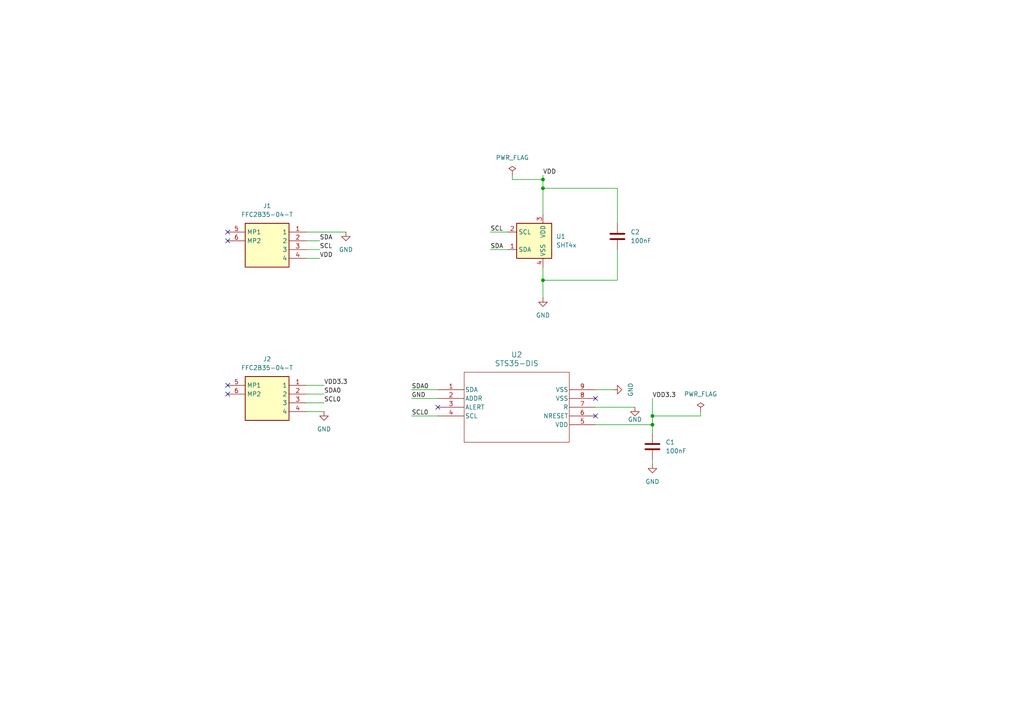
<source format=kicad_sch>
(kicad_sch
	(version 20231120)
	(generator "eeschema")
	(generator_version "8.0")
	(uuid "62da263b-bc78-4bfd-901e-32173ee58cc0")
	(paper "A4")
	(lib_symbols
		(symbol "Device:C"
			(pin_numbers hide)
			(pin_names
				(offset 0.254)
			)
			(exclude_from_sim no)
			(in_bom yes)
			(on_board yes)
			(property "Reference" "C"
				(at 0.635 2.54 0)
				(effects
					(font
						(size 1.27 1.27)
					)
					(justify left)
				)
			)
			(property "Value" "C"
				(at 0.635 -2.54 0)
				(effects
					(font
						(size 1.27 1.27)
					)
					(justify left)
				)
			)
			(property "Footprint" ""
				(at 0.9652 -3.81 0)
				(effects
					(font
						(size 1.27 1.27)
					)
					(hide yes)
				)
			)
			(property "Datasheet" "~"
				(at 0 0 0)
				(effects
					(font
						(size 1.27 1.27)
					)
					(hide yes)
				)
			)
			(property "Description" "Unpolarized capacitor"
				(at 0 0 0)
				(effects
					(font
						(size 1.27 1.27)
					)
					(hide yes)
				)
			)
			(property "ki_keywords" "cap capacitor"
				(at 0 0 0)
				(effects
					(font
						(size 1.27 1.27)
					)
					(hide yes)
				)
			)
			(property "ki_fp_filters" "C_*"
				(at 0 0 0)
				(effects
					(font
						(size 1.27 1.27)
					)
					(hide yes)
				)
			)
			(symbol "C_0_1"
				(polyline
					(pts
						(xy -2.032 -0.762) (xy 2.032 -0.762)
					)
					(stroke
						(width 0.508)
						(type default)
					)
					(fill
						(type none)
					)
				)
				(polyline
					(pts
						(xy -2.032 0.762) (xy 2.032 0.762)
					)
					(stroke
						(width 0.508)
						(type default)
					)
					(fill
						(type none)
					)
				)
			)
			(symbol "C_1_1"
				(pin passive line
					(at 0 3.81 270)
					(length 2.794)
					(name "~"
						(effects
							(font
								(size 1.27 1.27)
							)
						)
					)
					(number "1"
						(effects
							(font
								(size 1.27 1.27)
							)
						)
					)
				)
				(pin passive line
					(at 0 -3.81 90)
					(length 2.794)
					(name "~"
						(effects
							(font
								(size 1.27 1.27)
							)
						)
					)
					(number "2"
						(effects
							(font
								(size 1.27 1.27)
							)
						)
					)
				)
			)
		)
		(symbol "FFC2B35-04-T:FFC2B35-04-T"
			(exclude_from_sim no)
			(in_bom yes)
			(on_board yes)
			(property "Reference" "J"
				(at 19.05 7.62 0)
				(effects
					(font
						(size 1.27 1.27)
					)
					(justify left top)
				)
			)
			(property "Value" "FFC2B35-04-T"
				(at 19.05 5.08 0)
				(effects
					(font
						(size 1.27 1.27)
					)
					(justify left top)
				)
			)
			(property "Footprint" "FFC2B3504T"
				(at 19.05 -94.92 0)
				(effects
					(font
						(size 1.27 1.27)
					)
					(justify left top)
					(hide yes)
				)
			)
			(property "Datasheet" "https://gct.co/files/drawings/ffc2b35.pdf?v=f4722156-e8ea-43ef-a9d0-8ab3faab610b"
				(at 19.05 -194.92 0)
				(effects
					(font
						(size 1.27 1.27)
					)
					(justify left top)
					(hide yes)
				)
			)
			(property "Description" "FFC & FPC Connectors .5mm SideEntry Flat Flex Cbl Conn 4P Sn"
				(at 0 0 0)
				(effects
					(font
						(size 1.27 1.27)
					)
					(hide yes)
				)
			)
			(property "Height" "2.2"
				(at 19.05 -394.92 0)
				(effects
					(font
						(size 1.27 1.27)
					)
					(justify left top)
					(hide yes)
				)
			)
			(property "Manufacturer_Name" "GCT (GLOBAL CONNECTOR TECHNOLOGY)"
				(at 19.05 -494.92 0)
				(effects
					(font
						(size 1.27 1.27)
					)
					(justify left top)
					(hide yes)
				)
			)
			(property "Manufacturer_Part_Number" "FFC2B35-04-T"
				(at 19.05 -594.92 0)
				(effects
					(font
						(size 1.27 1.27)
					)
					(justify left top)
					(hide yes)
				)
			)
			(property "Mouser Part Number" ""
				(at 19.05 -694.92 0)
				(effects
					(font
						(size 1.27 1.27)
					)
					(justify left top)
					(hide yes)
				)
			)
			(property "Mouser Price/Stock" ""
				(at 19.05 -794.92 0)
				(effects
					(font
						(size 1.27 1.27)
					)
					(justify left top)
					(hide yes)
				)
			)
			(property "Arrow Part Number" ""
				(at 19.05 -894.92 0)
				(effects
					(font
						(size 1.27 1.27)
					)
					(justify left top)
					(hide yes)
				)
			)
			(property "Arrow Price/Stock" ""
				(at 19.05 -994.92 0)
				(effects
					(font
						(size 1.27 1.27)
					)
					(justify left top)
					(hide yes)
				)
			)
			(symbol "FFC2B35-04-T_1_1"
				(rectangle
					(start 5.08 2.54)
					(end 17.78 -10.16)
					(stroke
						(width 0.254)
						(type default)
					)
					(fill
						(type background)
					)
				)
				(pin passive line
					(at 22.86 0 180)
					(length 5.08)
					(name "1"
						(effects
							(font
								(size 1.27 1.27)
							)
						)
					)
					(number "1"
						(effects
							(font
								(size 1.27 1.27)
							)
						)
					)
				)
				(pin passive line
					(at 22.86 -2.54 180)
					(length 5.08)
					(name "2"
						(effects
							(font
								(size 1.27 1.27)
							)
						)
					)
					(number "2"
						(effects
							(font
								(size 1.27 1.27)
							)
						)
					)
				)
				(pin passive line
					(at 22.86 -5.08 180)
					(length 5.08)
					(name "3"
						(effects
							(font
								(size 1.27 1.27)
							)
						)
					)
					(number "3"
						(effects
							(font
								(size 1.27 1.27)
							)
						)
					)
				)
				(pin passive line
					(at 22.86 -7.62 180)
					(length 5.08)
					(name "4"
						(effects
							(font
								(size 1.27 1.27)
							)
						)
					)
					(number "4"
						(effects
							(font
								(size 1.27 1.27)
							)
						)
					)
				)
				(pin passive line
					(at 0 0 0)
					(length 5.08)
					(name "MP1"
						(effects
							(font
								(size 1.27 1.27)
							)
						)
					)
					(number "5"
						(effects
							(font
								(size 1.27 1.27)
							)
						)
					)
				)
				(pin passive line
					(at 0 -2.54 0)
					(length 5.08)
					(name "MP2"
						(effects
							(font
								(size 1.27 1.27)
							)
						)
					)
					(number "6"
						(effects
							(font
								(size 1.27 1.27)
							)
						)
					)
				)
			)
		)
		(symbol "STS35-DIR:STS35-DIS"
			(pin_names
				(offset 0.254)
			)
			(exclude_from_sim no)
			(in_bom yes)
			(on_board yes)
			(property "Reference" "U"
				(at 22.86 10.16 0)
				(effects
					(font
						(size 1.524 1.524)
					)
				)
			)
			(property "Value" "STS35-DIS"
				(at 22.86 7.62 0)
				(effects
					(font
						(size 1.524 1.524)
					)
				)
			)
			(property "Footprint" "STS3x-DIS_SEN"
				(at 0 0 0)
				(effects
					(font
						(size 1.27 1.27)
						(italic yes)
					)
					(hide yes)
				)
			)
			(property "Datasheet" "STS35-DIS"
				(at 0 0 0)
				(effects
					(font
						(size 1.27 1.27)
						(italic yes)
					)
					(hide yes)
				)
			)
			(property "Description" ""
				(at 0 0 0)
				(effects
					(font
						(size 1.27 1.27)
					)
					(hide yes)
				)
			)
			(property "ki_locked" ""
				(at 0 0 0)
				(effects
					(font
						(size 1.27 1.27)
					)
				)
			)
			(property "ki_keywords" "STS35-DIS"
				(at 0 0 0)
				(effects
					(font
						(size 1.27 1.27)
					)
					(hide yes)
				)
			)
			(property "ki_fp_filters" "STS3x-DIS_SEN STS3x-DIS_SEN-M STS3x-DIS_SEN-L"
				(at 0 0 0)
				(effects
					(font
						(size 1.27 1.27)
					)
					(hide yes)
				)
			)
			(symbol "STS35-DIS_0_1"
				(polyline
					(pts
						(xy 7.62 -15.24) (xy 38.1 -15.24)
					)
					(stroke
						(width 0.127)
						(type default)
					)
					(fill
						(type none)
					)
				)
				(polyline
					(pts
						(xy 7.62 5.08) (xy 7.62 -15.24)
					)
					(stroke
						(width 0.127)
						(type default)
					)
					(fill
						(type none)
					)
				)
				(polyline
					(pts
						(xy 38.1 -15.24) (xy 38.1 5.08)
					)
					(stroke
						(width 0.127)
						(type default)
					)
					(fill
						(type none)
					)
				)
				(polyline
					(pts
						(xy 38.1 5.08) (xy 7.62 5.08)
					)
					(stroke
						(width 0.127)
						(type default)
					)
					(fill
						(type none)
					)
				)
				(pin bidirectional line
					(at 0 0 0)
					(length 7.62)
					(name "SDA"
						(effects
							(font
								(size 1.27 1.27)
							)
						)
					)
					(number "1"
						(effects
							(font
								(size 1.27 1.27)
							)
						)
					)
				)
				(pin input line
					(at 0 -2.54 0)
					(length 7.62)
					(name "ADDR"
						(effects
							(font
								(size 1.27 1.27)
							)
						)
					)
					(number "2"
						(effects
							(font
								(size 1.27 1.27)
							)
						)
					)
				)
				(pin output line
					(at 0 -5.08 0)
					(length 7.62)
					(name "ALERT"
						(effects
							(font
								(size 1.27 1.27)
							)
						)
					)
					(number "3"
						(effects
							(font
								(size 1.27 1.27)
							)
						)
					)
				)
				(pin bidirectional line
					(at 0 -7.62 0)
					(length 7.62)
					(name "SCL"
						(effects
							(font
								(size 1.27 1.27)
							)
						)
					)
					(number "4"
						(effects
							(font
								(size 1.27 1.27)
							)
						)
					)
				)
				(pin power_in line
					(at 45.72 -10.16 180)
					(length 7.62)
					(name "VDD"
						(effects
							(font
								(size 1.27 1.27)
							)
						)
					)
					(number "5"
						(effects
							(font
								(size 1.27 1.27)
							)
						)
					)
				)
				(pin input line
					(at 45.72 -7.62 180)
					(length 7.62)
					(name "NRESET"
						(effects
							(font
								(size 1.27 1.27)
							)
						)
					)
					(number "6"
						(effects
							(font
								(size 1.27 1.27)
							)
						)
					)
				)
				(pin power_out line
					(at 45.72 -5.08 180)
					(length 7.62)
					(name "R"
						(effects
							(font
								(size 1.27 1.27)
							)
						)
					)
					(number "7"
						(effects
							(font
								(size 1.27 1.27)
							)
						)
					)
				)
				(pin power_out line
					(at 45.72 -2.54 180)
					(length 7.62)
					(name "VSS"
						(effects
							(font
								(size 1.27 1.27)
							)
						)
					)
					(number "8"
						(effects
							(font
								(size 1.27 1.27)
							)
						)
					)
				)
				(pin power_out line
					(at 45.72 0 180)
					(length 7.62)
					(name "VSS"
						(effects
							(font
								(size 1.27 1.27)
							)
						)
					)
					(number "9"
						(effects
							(font
								(size 1.27 1.27)
							)
						)
					)
				)
			)
		)
		(symbol "Sensor_Humidity:SHT4x"
			(exclude_from_sim no)
			(in_bom yes)
			(on_board yes)
			(property "Reference" "U"
				(at 0 8.89 0)
				(effects
					(font
						(size 1.27 1.27)
					)
					(justify right)
				)
			)
			(property "Value" "SHT4x"
				(at 0 6.35 0)
				(effects
					(font
						(size 1.27 1.27)
					)
					(justify right)
				)
			)
			(property "Footprint" "Sensor_Humidity:Sensirion_DFN-4_1.5x1.5mm_P0.8mm_SHT4x_NoCentralPad"
				(at 3.81 -6.35 0)
				(effects
					(font
						(size 1.27 1.27)
					)
					(justify left)
					(hide yes)
				)
			)
			(property "Datasheet" "https://sensirion.com/media/documents/33FD6951/624C4357/Datasheet_SHT4x.pdf"
				(at 3.81 -8.89 0)
				(effects
					(font
						(size 1.27 1.27)
					)
					(justify left)
					(hide yes)
				)
			)
			(property "Description" "Digital Humidity and Temperature Sensor, +/-1%RH, +/-0.1degC, I2C, 1.08-3.6V, 16bit, DFN-4"
				(at 0 0 0)
				(effects
					(font
						(size 1.27 1.27)
					)
					(hide yes)
				)
			)
			(property "ki_keywords" "Sensirion environment environmental measurement digital SHT40 SHT41 SHT45"
				(at 0 0 0)
				(effects
					(font
						(size 1.27 1.27)
					)
					(hide yes)
				)
			)
			(property "ki_fp_filters" "Sensirion?DFN*1.5x1.5mm*P0.8mm*SHT4x*"
				(at 0 0 0)
				(effects
					(font
						(size 1.27 1.27)
					)
					(hide yes)
				)
			)
			(symbol "SHT4x_1_1"
				(rectangle
					(start -5.08 5.08)
					(end 5.08 -5.08)
					(stroke
						(width 0.254)
						(type default)
					)
					(fill
						(type background)
					)
				)
				(pin bidirectional line
					(at -7.62 -2.54 0)
					(length 2.54)
					(name "SDA"
						(effects
							(font
								(size 1.27 1.27)
							)
						)
					)
					(number "1"
						(effects
							(font
								(size 1.27 1.27)
							)
						)
					)
				)
				(pin input line
					(at -7.62 2.54 0)
					(length 2.54)
					(name "SCL"
						(effects
							(font
								(size 1.27 1.27)
							)
						)
					)
					(number "2"
						(effects
							(font
								(size 1.27 1.27)
							)
						)
					)
				)
				(pin power_in line
					(at 2.54 7.62 270)
					(length 2.54)
					(name "VDD"
						(effects
							(font
								(size 1.27 1.27)
							)
						)
					)
					(number "3"
						(effects
							(font
								(size 1.27 1.27)
							)
						)
					)
				)
				(pin power_in line
					(at 2.54 -7.62 90)
					(length 2.54)
					(name "VSS"
						(effects
							(font
								(size 1.27 1.27)
							)
						)
					)
					(number "4"
						(effects
							(font
								(size 1.27 1.27)
							)
						)
					)
				)
			)
		)
		(symbol "power:GND"
			(power)
			(pin_numbers hide)
			(pin_names
				(offset 0) hide)
			(exclude_from_sim no)
			(in_bom yes)
			(on_board yes)
			(property "Reference" "#PWR"
				(at 0 -6.35 0)
				(effects
					(font
						(size 1.27 1.27)
					)
					(hide yes)
				)
			)
			(property "Value" "GND"
				(at 0 -3.81 0)
				(effects
					(font
						(size 1.27 1.27)
					)
				)
			)
			(property "Footprint" ""
				(at 0 0 0)
				(effects
					(font
						(size 1.27 1.27)
					)
					(hide yes)
				)
			)
			(property "Datasheet" ""
				(at 0 0 0)
				(effects
					(font
						(size 1.27 1.27)
					)
					(hide yes)
				)
			)
			(property "Description" "Power symbol creates a global label with name \"GND\" , ground"
				(at 0 0 0)
				(effects
					(font
						(size 1.27 1.27)
					)
					(hide yes)
				)
			)
			(property "ki_keywords" "global power"
				(at 0 0 0)
				(effects
					(font
						(size 1.27 1.27)
					)
					(hide yes)
				)
			)
			(symbol "GND_0_1"
				(polyline
					(pts
						(xy 0 0) (xy 0 -1.27) (xy 1.27 -1.27) (xy 0 -2.54) (xy -1.27 -1.27) (xy 0 -1.27)
					)
					(stroke
						(width 0)
						(type default)
					)
					(fill
						(type none)
					)
				)
			)
			(symbol "GND_1_1"
				(pin power_in line
					(at 0 0 270)
					(length 0)
					(name "~"
						(effects
							(font
								(size 1.27 1.27)
							)
						)
					)
					(number "1"
						(effects
							(font
								(size 1.27 1.27)
							)
						)
					)
				)
			)
		)
		(symbol "power:PWR_FLAG"
			(power)
			(pin_numbers hide)
			(pin_names
				(offset 0) hide)
			(exclude_from_sim no)
			(in_bom yes)
			(on_board yes)
			(property "Reference" "#FLG"
				(at 0 1.905 0)
				(effects
					(font
						(size 1.27 1.27)
					)
					(hide yes)
				)
			)
			(property "Value" "PWR_FLAG"
				(at 0 3.81 0)
				(effects
					(font
						(size 1.27 1.27)
					)
				)
			)
			(property "Footprint" ""
				(at 0 0 0)
				(effects
					(font
						(size 1.27 1.27)
					)
					(hide yes)
				)
			)
			(property "Datasheet" "~"
				(at 0 0 0)
				(effects
					(font
						(size 1.27 1.27)
					)
					(hide yes)
				)
			)
			(property "Description" "Special symbol for telling ERC where power comes from"
				(at 0 0 0)
				(effects
					(font
						(size 1.27 1.27)
					)
					(hide yes)
				)
			)
			(property "ki_keywords" "flag power"
				(at 0 0 0)
				(effects
					(font
						(size 1.27 1.27)
					)
					(hide yes)
				)
			)
			(symbol "PWR_FLAG_0_0"
				(pin power_out line
					(at 0 0 90)
					(length 0)
					(name "~"
						(effects
							(font
								(size 1.27 1.27)
							)
						)
					)
					(number "1"
						(effects
							(font
								(size 1.27 1.27)
							)
						)
					)
				)
			)
			(symbol "PWR_FLAG_0_1"
				(polyline
					(pts
						(xy 0 0) (xy 0 1.27) (xy -1.016 1.905) (xy 0 2.54) (xy 1.016 1.905) (xy 0 1.27)
					)
					(stroke
						(width 0)
						(type default)
					)
					(fill
						(type none)
					)
				)
			)
		)
	)
	(junction
		(at 157.48 52.07)
		(diameter 0)
		(color 0 0 0 0)
		(uuid "15afa0be-d964-4b6e-a833-fb33ec47a249")
	)
	(junction
		(at 157.48 54.61)
		(diameter 0)
		(color 0 0 0 0)
		(uuid "6293d015-f882-4738-9bda-0c3c6c4aed15")
	)
	(junction
		(at 189.23 120.65)
		(diameter 0)
		(color 0 0 0 0)
		(uuid "89eabd4f-c49a-469d-91ba-c038d1681519")
	)
	(junction
		(at 189.23 123.19)
		(diameter 0)
		(color 0 0 0 0)
		(uuid "ae7d3d7e-0738-4ad6-b8f1-ad9b1de070d6")
	)
	(junction
		(at 157.48 81.28)
		(diameter 0)
		(color 0 0 0 0)
		(uuid "debd8651-734e-4085-b3bb-ad948c438502")
	)
	(no_connect
		(at 66.04 67.31)
		(uuid "2d47f207-b285-42b3-b0ae-c98d66c4e2fa")
	)
	(no_connect
		(at 172.72 115.57)
		(uuid "87cde0bd-ae33-4517-bb4b-b1b4efff9ba3")
	)
	(no_connect
		(at 66.04 111.76)
		(uuid "ab498191-4d4b-4361-ae3f-9e0ace220765")
	)
	(no_connect
		(at 66.04 114.3)
		(uuid "bebc8026-635a-4b45-ae5b-b99283982c1c")
	)
	(no_connect
		(at 66.04 69.85)
		(uuid "c37e826a-c71c-46b1-b7e9-fbe22b5aa229")
	)
	(no_connect
		(at 172.72 120.65)
		(uuid "d9fd19e5-9c80-43d5-ba39-619526a80da7")
	)
	(no_connect
		(at 127 118.11)
		(uuid "fe59aab9-13f2-4b06-bf7b-3d01cdb4248c")
	)
	(wire
		(pts
			(xy 119.38 115.57) (xy 127 115.57)
		)
		(stroke
			(width 0)
			(type default)
		)
		(uuid "00944902-25db-484c-b2e7-217fabbffd39")
	)
	(wire
		(pts
			(xy 172.72 113.03) (xy 177.8 113.03)
		)
		(stroke
			(width 0)
			(type default)
		)
		(uuid "07279424-d313-4505-9706-8ca5850b85ed")
	)
	(wire
		(pts
			(xy 88.9 114.3) (xy 93.98 114.3)
		)
		(stroke
			(width 0)
			(type default)
		)
		(uuid "11c504ef-ac92-43d5-a6f8-5adfb2c42f50")
	)
	(wire
		(pts
			(xy 157.48 81.28) (xy 157.48 86.36)
		)
		(stroke
			(width 0)
			(type default)
		)
		(uuid "1491b462-68fb-440d-9e2e-7193e949f855")
	)
	(wire
		(pts
			(xy 88.9 119.38) (xy 93.98 119.38)
		)
		(stroke
			(width 0)
			(type default)
		)
		(uuid "1b466234-3e48-4543-b5ea-d25e0378d2e2")
	)
	(wire
		(pts
			(xy 189.23 115.57) (xy 189.23 120.65)
		)
		(stroke
			(width 0)
			(type default)
		)
		(uuid "1f5a3934-8dcb-43a0-b7c8-628c763769e0")
	)
	(wire
		(pts
			(xy 203.2 119.38) (xy 203.2 120.65)
		)
		(stroke
			(width 0)
			(type default)
		)
		(uuid "24477239-c1f5-47bf-8b94-956d862e55e1")
	)
	(wire
		(pts
			(xy 88.9 69.85) (xy 92.71 69.85)
		)
		(stroke
			(width 0)
			(type default)
		)
		(uuid "27fb93ef-e61e-4a95-babb-fe914c2783e9")
	)
	(wire
		(pts
			(xy 88.9 72.39) (xy 92.71 72.39)
		)
		(stroke
			(width 0)
			(type default)
		)
		(uuid "2bd4027e-53b9-47f9-97e7-eb47b1f6884b")
	)
	(wire
		(pts
			(xy 88.9 67.31) (xy 100.33 67.31)
		)
		(stroke
			(width 0)
			(type default)
		)
		(uuid "3361a48b-81ae-4ce8-9df5-fa117faa8bd0")
	)
	(wire
		(pts
			(xy 142.24 72.39) (xy 147.32 72.39)
		)
		(stroke
			(width 0)
			(type default)
		)
		(uuid "4685e5e7-e900-4b48-85ac-78ea8d58d91b")
	)
	(wire
		(pts
			(xy 157.48 52.07) (xy 157.48 54.61)
		)
		(stroke
			(width 0)
			(type default)
		)
		(uuid "4b04296d-7261-40e7-9749-85c4aae0e1d6")
	)
	(wire
		(pts
			(xy 157.48 81.28) (xy 179.07 81.28)
		)
		(stroke
			(width 0)
			(type default)
		)
		(uuid "4c662c4f-3bbc-4249-b55c-c5b7e7e90839")
	)
	(wire
		(pts
			(xy 172.72 118.11) (xy 184.15 118.11)
		)
		(stroke
			(width 0)
			(type default)
		)
		(uuid "4f805e36-2277-462e-a928-ed8ba87f60ea")
	)
	(wire
		(pts
			(xy 88.9 116.84) (xy 93.98 116.84)
		)
		(stroke
			(width 0)
			(type default)
		)
		(uuid "57ded9b3-d5b2-4728-bb6d-c6dcad507aee")
	)
	(wire
		(pts
			(xy 189.23 120.65) (xy 189.23 123.19)
		)
		(stroke
			(width 0)
			(type default)
		)
		(uuid "5a7bd5c3-24c4-4b51-aa58-2b70468f3380")
	)
	(wire
		(pts
			(xy 88.9 74.93) (xy 92.71 74.93)
		)
		(stroke
			(width 0)
			(type default)
		)
		(uuid "63b5bb68-ada2-4b67-a7e4-f5b3f88e497a")
	)
	(wire
		(pts
			(xy 157.48 50.8) (xy 157.48 52.07)
		)
		(stroke
			(width 0)
			(type default)
		)
		(uuid "688c1c0d-7b16-4080-9151-f57e7eb592bf")
	)
	(wire
		(pts
			(xy 119.38 113.03) (xy 127 113.03)
		)
		(stroke
			(width 0)
			(type default)
		)
		(uuid "69d9e82d-265e-485a-8ca4-d82cd75a7fa6")
	)
	(wire
		(pts
			(xy 189.23 133.35) (xy 189.23 134.62)
		)
		(stroke
			(width 0)
			(type default)
		)
		(uuid "96a1eab8-6121-487f-a5f3-2e2145f7deb0")
	)
	(wire
		(pts
			(xy 148.59 50.8) (xy 148.59 52.07)
		)
		(stroke
			(width 0)
			(type default)
		)
		(uuid "a54fd532-2528-4277-9a0c-fc42ef8d2cbc")
	)
	(wire
		(pts
			(xy 179.07 54.61) (xy 179.07 64.77)
		)
		(stroke
			(width 0)
			(type default)
		)
		(uuid "b1fa0eb0-021f-4d32-aab5-f58b86f41ed4")
	)
	(wire
		(pts
			(xy 157.48 54.61) (xy 179.07 54.61)
		)
		(stroke
			(width 0)
			(type default)
		)
		(uuid "b9361b3f-c06f-4f4f-b6a5-4853443abd08")
	)
	(wire
		(pts
			(xy 119.38 120.65) (xy 127 120.65)
		)
		(stroke
			(width 0)
			(type default)
		)
		(uuid "b994ad5f-132a-435a-b706-c0eef47be448")
	)
	(wire
		(pts
			(xy 88.9 111.76) (xy 93.98 111.76)
		)
		(stroke
			(width 0)
			(type default)
		)
		(uuid "c1c25a3b-8198-4339-ba36-923b16b778f7")
	)
	(wire
		(pts
			(xy 142.24 67.31) (xy 147.32 67.31)
		)
		(stroke
			(width 0)
			(type default)
		)
		(uuid "c39b3bde-3e5e-46f1-a525-7f5ef1f0f26f")
	)
	(wire
		(pts
			(xy 157.48 62.23) (xy 157.48 54.61)
		)
		(stroke
			(width 0)
			(type default)
		)
		(uuid "c638fe4f-6722-4d39-9de7-a601272b8e25")
	)
	(wire
		(pts
			(xy 189.23 123.19) (xy 172.72 123.19)
		)
		(stroke
			(width 0)
			(type default)
		)
		(uuid "cbb3ef2e-1fd0-454d-a926-eaa1ac3e2e5b")
	)
	(wire
		(pts
			(xy 189.23 125.73) (xy 189.23 123.19)
		)
		(stroke
			(width 0)
			(type default)
		)
		(uuid "da84abf8-70be-47df-b7ba-c3182d4d72e3")
	)
	(wire
		(pts
			(xy 179.07 81.28) (xy 179.07 72.39)
		)
		(stroke
			(width 0)
			(type default)
		)
		(uuid "dd317487-00d9-4a60-8b61-54598bb7ff8c")
	)
	(wire
		(pts
			(xy 148.59 52.07) (xy 157.48 52.07)
		)
		(stroke
			(width 0)
			(type default)
		)
		(uuid "ded4c968-fa1b-43ca-98f1-1e316868e817")
	)
	(wire
		(pts
			(xy 203.2 120.65) (xy 189.23 120.65)
		)
		(stroke
			(width 0)
			(type default)
		)
		(uuid "e7d69f24-b5bf-47e1-bf04-877bc22bb31f")
	)
	(wire
		(pts
			(xy 157.48 77.47) (xy 157.48 81.28)
		)
		(stroke
			(width 0)
			(type default)
		)
		(uuid "f660428a-2cc8-4464-801c-c0ab654ec0b8")
	)
	(label "SCL0"
		(at 119.38 120.65 0)
		(fields_autoplaced yes)
		(effects
			(font
				(size 1.27 1.27)
			)
			(justify left bottom)
		)
		(uuid "287842a6-57ea-4aac-9b09-a1313945a2ea")
	)
	(label "SDA0"
		(at 93.98 114.3 0)
		(fields_autoplaced yes)
		(effects
			(font
				(size 1.27 1.27)
			)
			(justify left bottom)
		)
		(uuid "2fe66805-277e-4e85-b1e7-ebfd2b4e7ad6")
	)
	(label "SCL"
		(at 92.71 72.39 0)
		(fields_autoplaced yes)
		(effects
			(font
				(size 1.27 1.27)
			)
			(justify left bottom)
		)
		(uuid "36a88da4-f5cc-4481-a983-0d53b3db2801")
	)
	(label "VDD"
		(at 92.71 74.93 0)
		(fields_autoplaced yes)
		(effects
			(font
				(size 1.27 1.27)
			)
			(justify left bottom)
		)
		(uuid "37898c62-419e-43b7-9fbe-83a7cfe0cfb6")
	)
	(label "SCL"
		(at 142.24 67.31 0)
		(fields_autoplaced yes)
		(effects
			(font
				(size 1.27 1.27)
			)
			(justify left bottom)
		)
		(uuid "490d6ade-6ee1-4750-a253-74539f1a0714")
	)
	(label "GND"
		(at 119.38 115.57 0)
		(fields_autoplaced yes)
		(effects
			(font
				(size 1.27 1.27)
			)
			(justify left bottom)
		)
		(uuid "52e00058-6009-4d9a-81ee-65d96c34c127")
	)
	(label "VDD"
		(at 157.48 50.8 0)
		(fields_autoplaced yes)
		(effects
			(font
				(size 1.27 1.27)
			)
			(justify left bottom)
		)
		(uuid "53040583-8a4f-4516-8fc4-2fe39ae6aec0")
	)
	(label "VDD3.3"
		(at 189.23 115.57 0)
		(fields_autoplaced yes)
		(effects
			(font
				(size 1.27 1.27)
			)
			(justify left bottom)
		)
		(uuid "87cb22ed-f131-48c9-aaad-c0ec58e17fb7")
	)
	(label "SDA0"
		(at 119.38 113.03 0)
		(fields_autoplaced yes)
		(effects
			(font
				(size 1.27 1.27)
			)
			(justify left bottom)
		)
		(uuid "9563337e-65c5-4e94-8450-9e346783bd52")
	)
	(label "SCL0"
		(at 93.98 116.84 0)
		(fields_autoplaced yes)
		(effects
			(font
				(size 1.27 1.27)
			)
			(justify left bottom)
		)
		(uuid "b54b0f32-14c5-4065-8de5-8aa699ef4c5e")
	)
	(label "VDD3.3"
		(at 93.98 111.76 0)
		(fields_autoplaced yes)
		(effects
			(font
				(size 1.27 1.27)
			)
			(justify left bottom)
		)
		(uuid "dbce4bdc-c13d-416c-b666-b2c217b024b5")
	)
	(label "SDA"
		(at 142.24 72.39 0)
		(fields_autoplaced yes)
		(effects
			(font
				(size 1.27 1.27)
			)
			(justify left bottom)
		)
		(uuid "dcf306dd-4fdb-4b1a-82cb-8b138e8583e8")
	)
	(label "SDA"
		(at 92.71 69.85 0)
		(fields_autoplaced yes)
		(effects
			(font
				(size 1.27 1.27)
			)
			(justify left bottom)
		)
		(uuid "f80c710d-f5aa-41f3-bf2b-065345914935")
	)
	(symbol
		(lib_id "FFC2B35-04-T:FFC2B35-04-T")
		(at 66.04 111.76 0)
		(unit 1)
		(exclude_from_sim no)
		(in_bom yes)
		(on_board yes)
		(dnp no)
		(fields_autoplaced yes)
		(uuid "23ee9da7-3f48-40c0-9668-f22a6b23a658")
		(property "Reference" "J2"
			(at 77.47 104.14 0)
			(effects
				(font
					(size 1.27 1.27)
				)
			)
		)
		(property "Value" "FFC2B35-04-T"
			(at 77.47 106.68 0)
			(effects
				(font
					(size 1.27 1.27)
				)
			)
		)
		(property "Footprint" "FFC2B3504T"
			(at 85.09 206.68 0)
			(effects
				(font
					(size 1.27 1.27)
				)
				(justify left top)
				(hide yes)
			)
		)
		(property "Datasheet" "https://gct.co/files/drawings/ffc2b35.pdf?v=f4722156-e8ea-43ef-a9d0-8ab3faab610b"
			(at 85.09 306.68 0)
			(effects
				(font
					(size 1.27 1.27)
				)
				(justify left top)
				(hide yes)
			)
		)
		(property "Description" "FFC & FPC Connectors .5mm SideEntry Flat Flex Cbl Conn 4P Sn"
			(at 66.04 111.76 0)
			(effects
				(font
					(size 1.27 1.27)
				)
				(hide yes)
			)
		)
		(property "Height" "2.2"
			(at 85.09 506.68 0)
			(effects
				(font
					(size 1.27 1.27)
				)
				(justify left top)
				(hide yes)
			)
		)
		(property "Manufacturer_Name" "GCT (GLOBAL CONNECTOR TECHNOLOGY)"
			(at 85.09 606.68 0)
			(effects
				(font
					(size 1.27 1.27)
				)
				(justify left top)
				(hide yes)
			)
		)
		(property "Manufacturer_Part_Number" "FFC2B35-04-T"
			(at 85.09 706.68 0)
			(effects
				(font
					(size 1.27 1.27)
				)
				(justify left top)
				(hide yes)
			)
		)
		(property "Mouser Part Number" ""
			(at 85.09 806.68 0)
			(effects
				(font
					(size 1.27 1.27)
				)
				(justify left top)
				(hide yes)
			)
		)
		(property "Mouser Price/Stock" ""
			(at 85.09 906.68 0)
			(effects
				(font
					(size 1.27 1.27)
				)
				(justify left top)
				(hide yes)
			)
		)
		(property "Arrow Part Number" ""
			(at 85.09 1006.68 0)
			(effects
				(font
					(size 1.27 1.27)
				)
				(justify left top)
				(hide yes)
			)
		)
		(property "Arrow Price/Stock" ""
			(at 85.09 1106.68 0)
			(effects
				(font
					(size 1.27 1.27)
				)
				(justify left top)
				(hide yes)
			)
		)
		(pin "3"
			(uuid "c68f7901-09cf-42b4-a89c-1e8db391dbfb")
		)
		(pin "6"
			(uuid "66bfd51f-92e9-45eb-a0ad-68c04d5e8257")
		)
		(pin "1"
			(uuid "aadf1f6a-166a-4c08-8a1f-ea7a346124b2")
		)
		(pin "5"
			(uuid "be48ad72-f94b-4e46-aed0-75fecdaae86e")
		)
		(pin "4"
			(uuid "8115c099-b8be-4a6d-98ed-32bcd9dd0156")
		)
		(pin "2"
			(uuid "1896232c-4114-40b2-8429-2132876612f7")
		)
		(instances
			(project ""
				(path "/62da263b-bc78-4bfd-901e-32173ee58cc0"
					(reference "J2")
					(unit 1)
				)
			)
		)
	)
	(symbol
		(lib_id "power:PWR_FLAG")
		(at 148.59 50.8 0)
		(unit 1)
		(exclude_from_sim no)
		(in_bom yes)
		(on_board yes)
		(dnp no)
		(fields_autoplaced yes)
		(uuid "33e769dd-7b3e-4186-b252-45b521a71d53")
		(property "Reference" "#FLG02"
			(at 148.59 48.895 0)
			(effects
				(font
					(size 1.27 1.27)
				)
				(hide yes)
			)
		)
		(property "Value" "PWR_FLAG"
			(at 148.59 45.72 0)
			(effects
				(font
					(size 1.27 1.27)
				)
			)
		)
		(property "Footprint" ""
			(at 148.59 50.8 0)
			(effects
				(font
					(size 1.27 1.27)
				)
				(hide yes)
			)
		)
		(property "Datasheet" "~"
			(at 148.59 50.8 0)
			(effects
				(font
					(size 1.27 1.27)
				)
				(hide yes)
			)
		)
		(property "Description" "Special symbol for telling ERC where power comes from"
			(at 148.59 50.8 0)
			(effects
				(font
					(size 1.27 1.27)
				)
				(hide yes)
			)
		)
		(pin "1"
			(uuid "f20d4383-bbfb-4e83-85be-673d39855f61")
		)
		(instances
			(project "SHT45_STS35"
				(path "/62da263b-bc78-4bfd-901e-32173ee58cc0"
					(reference "#FLG02")
					(unit 1)
				)
			)
		)
	)
	(symbol
		(lib_id "FFC2B35-04-T:FFC2B35-04-T")
		(at 66.04 67.31 0)
		(unit 1)
		(exclude_from_sim no)
		(in_bom yes)
		(on_board yes)
		(dnp no)
		(fields_autoplaced yes)
		(uuid "43b76fd5-baf8-415f-90a3-94a2d4d7424f")
		(property "Reference" "J1"
			(at 77.47 59.69 0)
			(effects
				(font
					(size 1.27 1.27)
				)
			)
		)
		(property "Value" "FFC2B35-04-T"
			(at 77.47 62.23 0)
			(effects
				(font
					(size 1.27 1.27)
				)
			)
		)
		(property "Footprint" "FFC2B3504T"
			(at 85.09 162.23 0)
			(effects
				(font
					(size 1.27 1.27)
				)
				(justify left top)
				(hide yes)
			)
		)
		(property "Datasheet" "https://gct.co/files/drawings/ffc2b35.pdf?v=f4722156-e8ea-43ef-a9d0-8ab3faab610b"
			(at 85.09 262.23 0)
			(effects
				(font
					(size 1.27 1.27)
				)
				(justify left top)
				(hide yes)
			)
		)
		(property "Description" "FFC & FPC Connectors .5mm SideEntry Flat Flex Cbl Conn 4P Sn"
			(at 66.04 67.31 0)
			(effects
				(font
					(size 1.27 1.27)
				)
				(hide yes)
			)
		)
		(property "Height" "2.2"
			(at 85.09 462.23 0)
			(effects
				(font
					(size 1.27 1.27)
				)
				(justify left top)
				(hide yes)
			)
		)
		(property "Manufacturer_Name" "GCT (GLOBAL CONNECTOR TECHNOLOGY)"
			(at 85.09 562.23 0)
			(effects
				(font
					(size 1.27 1.27)
				)
				(justify left top)
				(hide yes)
			)
		)
		(property "Manufacturer_Part_Number" "FFC2B35-04-T"
			(at 85.09 662.23 0)
			(effects
				(font
					(size 1.27 1.27)
				)
				(justify left top)
				(hide yes)
			)
		)
		(property "Mouser Part Number" ""
			(at 85.09 762.23 0)
			(effects
				(font
					(size 1.27 1.27)
				)
				(justify left top)
				(hide yes)
			)
		)
		(property "Mouser Price/Stock" ""
			(at 85.09 862.23 0)
			(effects
				(font
					(size 1.27 1.27)
				)
				(justify left top)
				(hide yes)
			)
		)
		(property "Arrow Part Number" ""
			(at 85.09 962.23 0)
			(effects
				(font
					(size 1.27 1.27)
				)
				(justify left top)
				(hide yes)
			)
		)
		(property "Arrow Price/Stock" ""
			(at 85.09 1062.23 0)
			(effects
				(font
					(size 1.27 1.27)
				)
				(justify left top)
				(hide yes)
			)
		)
		(pin "2"
			(uuid "44f6617a-128c-4575-9cd1-4fb85b2367d3")
		)
		(pin "1"
			(uuid "857e2640-9d7f-40c8-b3c2-9852d65af693")
		)
		(pin "3"
			(uuid "e337b96d-18d4-4d09-8a04-59e34e500cf5")
		)
		(pin "6"
			(uuid "938a6502-9b0b-4948-8aff-599d63c4f144")
		)
		(pin "4"
			(uuid "20ca6d2c-b3d0-4a2c-9cdf-c964add2de20")
		)
		(pin "5"
			(uuid "4c3f7e2d-130f-424c-8782-f36a1f9cb88f")
		)
		(instances
			(project ""
				(path "/62da263b-bc78-4bfd-901e-32173ee58cc0"
					(reference "J1")
					(unit 1)
				)
			)
		)
	)
	(symbol
		(lib_id "power:GND")
		(at 177.8 113.03 90)
		(unit 1)
		(exclude_from_sim no)
		(in_bom yes)
		(on_board yes)
		(dnp no)
		(uuid "550b59ab-426e-4b59-8fa2-408bf0326e43")
		(property "Reference" "#PWR07"
			(at 184.15 113.03 0)
			(effects
				(font
					(size 1.27 1.27)
				)
				(hide yes)
			)
		)
		(property "Value" "GND"
			(at 182.88 113.03 0)
			(effects
				(font
					(size 1.27 1.27)
				)
			)
		)
		(property "Footprint" ""
			(at 177.8 113.03 0)
			(effects
				(font
					(size 1.27 1.27)
				)
				(hide yes)
			)
		)
		(property "Datasheet" ""
			(at 177.8 113.03 0)
			(effects
				(font
					(size 1.27 1.27)
				)
				(hide yes)
			)
		)
		(property "Description" "Power symbol creates a global label with name \"GND\" , ground"
			(at 177.8 113.03 0)
			(effects
				(font
					(size 1.27 1.27)
				)
				(hide yes)
			)
		)
		(pin "1"
			(uuid "814f2dad-1270-4e5d-b027-c4df87c47901")
		)
		(instances
			(project "SHT45_STS35"
				(path "/62da263b-bc78-4bfd-901e-32173ee58cc0"
					(reference "#PWR07")
					(unit 1)
				)
			)
		)
	)
	(symbol
		(lib_id "Sensor_Humidity:SHT4x")
		(at 154.94 69.85 0)
		(unit 1)
		(exclude_from_sim no)
		(in_bom yes)
		(on_board yes)
		(dnp no)
		(fields_autoplaced yes)
		(uuid "7b55fb53-a27f-4e3b-ab94-ec85ec69efc7")
		(property "Reference" "U1"
			(at 161.29 68.5799 0)
			(effects
				(font
					(size 1.27 1.27)
				)
				(justify left)
			)
		)
		(property "Value" "SHT4x"
			(at 161.29 71.1199 0)
			(effects
				(font
					(size 1.27 1.27)
				)
				(justify left)
			)
		)
		(property "Footprint" "Sensor_Humidity:Sensirion_DFN-4_1.5x1.5mm_P0.8mm_SHT4x_NoCentralPad"
			(at 158.75 76.2 0)
			(effects
				(font
					(size 1.27 1.27)
				)
				(justify left)
				(hide yes)
			)
		)
		(property "Datasheet" "https://sensirion.com/media/documents/33FD6951/624C4357/Datasheet_SHT4x.pdf"
			(at 158.75 78.74 0)
			(effects
				(font
					(size 1.27 1.27)
				)
				(justify left)
				(hide yes)
			)
		)
		(property "Description" "Digital Humidity and Temperature Sensor, +/-1%RH, +/-0.1degC, I2C, 1.08-3.6V, 16bit, DFN-4"
			(at 154.94 69.85 0)
			(effects
				(font
					(size 1.27 1.27)
				)
				(hide yes)
			)
		)
		(pin "2"
			(uuid "c9687791-4a42-49d5-aad3-afd1e9000576")
		)
		(pin "1"
			(uuid "938da631-af77-4d8e-b75e-0e70ee8ae9b3")
		)
		(pin "4"
			(uuid "c665e4e8-0784-446a-b395-84c29250550e")
		)
		(pin "3"
			(uuid "be1df250-d155-4c92-9df0-dbdccfc4a4e6")
		)
		(instances
			(project ""
				(path "/62da263b-bc78-4bfd-901e-32173ee58cc0"
					(reference "U1")
					(unit 1)
				)
			)
		)
	)
	(symbol
		(lib_id "STS35-DIR:STS35-DIS")
		(at 127 113.03 0)
		(unit 1)
		(exclude_from_sim no)
		(in_bom yes)
		(on_board yes)
		(dnp no)
		(fields_autoplaced yes)
		(uuid "91eb602d-732b-44d7-9d9f-5826750913b6")
		(property "Reference" "U2"
			(at 149.86 102.87 0)
			(effects
				(font
					(size 1.524 1.524)
				)
			)
		)
		(property "Value" "STS35-DIS"
			(at 149.86 105.41 0)
			(effects
				(font
					(size 1.524 1.524)
				)
			)
		)
		(property "Footprint" "footprints:STS3x-DIS_SEN"
			(at 127 113.03 0)
			(effects
				(font
					(size 1.27 1.27)
					(italic yes)
				)
				(hide yes)
			)
		)
		(property "Datasheet" "STS35-DIS"
			(at 127 113.03 0)
			(effects
				(font
					(size 1.27 1.27)
					(italic yes)
				)
				(hide yes)
			)
		)
		(property "Description" ""
			(at 127 113.03 0)
			(effects
				(font
					(size 1.27 1.27)
				)
				(hide yes)
			)
		)
		(pin "8"
			(uuid "48aa6952-df3f-443a-8ebd-44d364bc624b")
		)
		(pin "2"
			(uuid "784db7af-34ed-41db-98e7-d1b3afd5bf7c")
		)
		(pin "3"
			(uuid "e94aa82c-5a74-48ae-bbc6-5d026329f9ee")
		)
		(pin "4"
			(uuid "a8b12ab9-9218-456b-8633-93ad9d64ee8c")
		)
		(pin "5"
			(uuid "00305aba-8973-46ff-adcc-a4a4087e72da")
		)
		(pin "9"
			(uuid "037a3957-3724-4b96-95cc-517296b026e5")
		)
		(pin "1"
			(uuid "b09d3112-57d9-4441-921b-940878961494")
		)
		(pin "6"
			(uuid "f3284dd7-1f15-4306-a23b-25850b1eeb6c")
		)
		(pin "7"
			(uuid "f8c2f5a7-e09c-4ad0-97e6-364404da8d96")
		)
		(instances
			(project ""
				(path "/62da263b-bc78-4bfd-901e-32173ee58cc0"
					(reference "U2")
					(unit 1)
				)
			)
		)
	)
	(symbol
		(lib_id "Device:C")
		(at 189.23 129.54 0)
		(unit 1)
		(exclude_from_sim no)
		(in_bom yes)
		(on_board yes)
		(dnp no)
		(fields_autoplaced yes)
		(uuid "950949f8-92e5-4ac2-98ab-db992bb7ef53")
		(property "Reference" "C1"
			(at 193.04 128.2699 0)
			(effects
				(font
					(size 1.27 1.27)
				)
				(justify left)
			)
		)
		(property "Value" "100nF"
			(at 193.04 130.8099 0)
			(effects
				(font
					(size 1.27 1.27)
				)
				(justify left)
			)
		)
		(property "Footprint" "Capacitor_SMD:C_0201_0603Metric"
			(at 190.1952 133.35 0)
			(effects
				(font
					(size 1.27 1.27)
				)
				(hide yes)
			)
		)
		(property "Datasheet" "~"
			(at 189.23 129.54 0)
			(effects
				(font
					(size 1.27 1.27)
				)
				(hide yes)
			)
		)
		(property "Description" "Unpolarized capacitor"
			(at 189.23 129.54 0)
			(effects
				(font
					(size 1.27 1.27)
				)
				(hide yes)
			)
		)
		(pin "1"
			(uuid "0aedad62-8c13-40e1-a544-adef5d6c6a89")
		)
		(pin "2"
			(uuid "e6b25773-8329-4729-8916-9a25f40e3c8a")
		)
		(instances
			(project "SHT45_STS35"
				(path "/62da263b-bc78-4bfd-901e-32173ee58cc0"
					(reference "C1")
					(unit 1)
				)
			)
		)
	)
	(symbol
		(lib_id "Device:C")
		(at 179.07 68.58 0)
		(unit 1)
		(exclude_from_sim no)
		(in_bom yes)
		(on_board yes)
		(dnp no)
		(fields_autoplaced yes)
		(uuid "9a1a1693-6195-43b6-9fb4-2f71b1f9a1e5")
		(property "Reference" "C2"
			(at 182.88 67.3099 0)
			(effects
				(font
					(size 1.27 1.27)
				)
				(justify left)
			)
		)
		(property "Value" "100nF"
			(at 182.88 69.8499 0)
			(effects
				(font
					(size 1.27 1.27)
				)
				(justify left)
			)
		)
		(property "Footprint" "Capacitor_SMD:C_0201_0603Metric"
			(at 180.0352 72.39 0)
			(effects
				(font
					(size 1.27 1.27)
				)
				(hide yes)
			)
		)
		(property "Datasheet" "~"
			(at 179.07 68.58 0)
			(effects
				(font
					(size 1.27 1.27)
				)
				(hide yes)
			)
		)
		(property "Description" "Unpolarized capacitor"
			(at 179.07 68.58 0)
			(effects
				(font
					(size 1.27 1.27)
				)
				(hide yes)
			)
		)
		(pin "1"
			(uuid "33220af5-5949-4876-84c8-22d4da394792")
		)
		(pin "2"
			(uuid "08a1118a-74d2-4854-a868-47ecb41f9efb")
		)
		(instances
			(project ""
				(path "/62da263b-bc78-4bfd-901e-32173ee58cc0"
					(reference "C2")
					(unit 1)
				)
			)
		)
	)
	(symbol
		(lib_id "power:GND")
		(at 189.23 134.62 0)
		(unit 1)
		(exclude_from_sim no)
		(in_bom yes)
		(on_board yes)
		(dnp no)
		(fields_autoplaced yes)
		(uuid "9b20ebe8-0f34-46b4-8572-5d13a98c595b")
		(property "Reference" "#PWR02"
			(at 189.23 140.97 0)
			(effects
				(font
					(size 1.27 1.27)
				)
				(hide yes)
			)
		)
		(property "Value" "GND"
			(at 189.23 139.7 0)
			(effects
				(font
					(size 1.27 1.27)
				)
			)
		)
		(property "Footprint" ""
			(at 189.23 134.62 0)
			(effects
				(font
					(size 1.27 1.27)
				)
				(hide yes)
			)
		)
		(property "Datasheet" ""
			(at 189.23 134.62 0)
			(effects
				(font
					(size 1.27 1.27)
				)
				(hide yes)
			)
		)
		(property "Description" "Power symbol creates a global label with name \"GND\" , ground"
			(at 189.23 134.62 0)
			(effects
				(font
					(size 1.27 1.27)
				)
				(hide yes)
			)
		)
		(pin "1"
			(uuid "0c657d3a-ead2-4bf3-bf37-c08ad5d02544")
		)
		(instances
			(project "SHT45_STS35"
				(path "/62da263b-bc78-4bfd-901e-32173ee58cc0"
					(reference "#PWR02")
					(unit 1)
				)
			)
		)
	)
	(symbol
		(lib_id "power:GND")
		(at 157.48 86.36 0)
		(unit 1)
		(exclude_from_sim no)
		(in_bom yes)
		(on_board yes)
		(dnp no)
		(fields_autoplaced yes)
		(uuid "b0ec2aa6-530e-41f5-b0ba-bc3b451e15f1")
		(property "Reference" "#PWR05"
			(at 157.48 92.71 0)
			(effects
				(font
					(size 1.27 1.27)
				)
				(hide yes)
			)
		)
		(property "Value" "GND"
			(at 157.48 91.44 0)
			(effects
				(font
					(size 1.27 1.27)
				)
			)
		)
		(property "Footprint" ""
			(at 157.48 86.36 0)
			(effects
				(font
					(size 1.27 1.27)
				)
				(hide yes)
			)
		)
		(property "Datasheet" ""
			(at 157.48 86.36 0)
			(effects
				(font
					(size 1.27 1.27)
				)
				(hide yes)
			)
		)
		(property "Description" "Power symbol creates a global label with name \"GND\" , ground"
			(at 157.48 86.36 0)
			(effects
				(font
					(size 1.27 1.27)
				)
				(hide yes)
			)
		)
		(pin "1"
			(uuid "d270f91d-9ec4-4598-a1ae-0e5a0623f200")
		)
		(instances
			(project "SHT45_STS35"
				(path "/62da263b-bc78-4bfd-901e-32173ee58cc0"
					(reference "#PWR05")
					(unit 1)
				)
			)
		)
	)
	(symbol
		(lib_id "power:GND")
		(at 100.33 67.31 0)
		(unit 1)
		(exclude_from_sim no)
		(in_bom yes)
		(on_board yes)
		(dnp no)
		(fields_autoplaced yes)
		(uuid "deb414ba-6b9a-44be-80a8-6ba5d9f8cd4d")
		(property "Reference" "#PWR06"
			(at 100.33 73.66 0)
			(effects
				(font
					(size 1.27 1.27)
				)
				(hide yes)
			)
		)
		(property "Value" "GND"
			(at 100.33 72.39 0)
			(effects
				(font
					(size 1.27 1.27)
				)
			)
		)
		(property "Footprint" ""
			(at 100.33 67.31 0)
			(effects
				(font
					(size 1.27 1.27)
				)
				(hide yes)
			)
		)
		(property "Datasheet" ""
			(at 100.33 67.31 0)
			(effects
				(font
					(size 1.27 1.27)
				)
				(hide yes)
			)
		)
		(property "Description" "Power symbol creates a global label with name \"GND\" , ground"
			(at 100.33 67.31 0)
			(effects
				(font
					(size 1.27 1.27)
				)
				(hide yes)
			)
		)
		(pin "1"
			(uuid "f112b682-536d-4f4b-83d0-c802e638e42f")
		)
		(instances
			(project "SHT45_STS35"
				(path "/62da263b-bc78-4bfd-901e-32173ee58cc0"
					(reference "#PWR06")
					(unit 1)
				)
			)
		)
	)
	(symbol
		(lib_id "power:GND")
		(at 184.15 118.11 0)
		(unit 1)
		(exclude_from_sim no)
		(in_bom yes)
		(on_board yes)
		(dnp no)
		(uuid "f0a57317-809d-45f8-a631-50702cbc5ea9")
		(property "Reference" "#PWR01"
			(at 184.15 124.46 0)
			(effects
				(font
					(size 1.27 1.27)
				)
				(hide yes)
			)
		)
		(property "Value" "GND"
			(at 184.15 121.666 0)
			(effects
				(font
					(size 1.27 1.27)
				)
			)
		)
		(property "Footprint" ""
			(at 184.15 118.11 0)
			(effects
				(font
					(size 1.27 1.27)
				)
				(hide yes)
			)
		)
		(property "Datasheet" ""
			(at 184.15 118.11 0)
			(effects
				(font
					(size 1.27 1.27)
				)
				(hide yes)
			)
		)
		(property "Description" "Power symbol creates a global label with name \"GND\" , ground"
			(at 184.15 118.11 0)
			(effects
				(font
					(size 1.27 1.27)
				)
				(hide yes)
			)
		)
		(pin "1"
			(uuid "8f48d668-4699-482d-a28e-e52686767a5a")
		)
		(instances
			(project ""
				(path "/62da263b-bc78-4bfd-901e-32173ee58cc0"
					(reference "#PWR01")
					(unit 1)
				)
			)
		)
	)
	(symbol
		(lib_id "power:GND")
		(at 93.98 119.38 0)
		(unit 1)
		(exclude_from_sim no)
		(in_bom yes)
		(on_board yes)
		(dnp no)
		(fields_autoplaced yes)
		(uuid "f4b00119-c890-4adb-9738-0d40be96fd3f")
		(property "Reference" "#PWR03"
			(at 93.98 125.73 0)
			(effects
				(font
					(size 1.27 1.27)
				)
				(hide yes)
			)
		)
		(property "Value" "GND"
			(at 93.98 124.46 0)
			(effects
				(font
					(size 1.27 1.27)
				)
			)
		)
		(property "Footprint" ""
			(at 93.98 119.38 0)
			(effects
				(font
					(size 1.27 1.27)
				)
				(hide yes)
			)
		)
		(property "Datasheet" ""
			(at 93.98 119.38 0)
			(effects
				(font
					(size 1.27 1.27)
				)
				(hide yes)
			)
		)
		(property "Description" "Power symbol creates a global label with name \"GND\" , ground"
			(at 93.98 119.38 0)
			(effects
				(font
					(size 1.27 1.27)
				)
				(hide yes)
			)
		)
		(pin "1"
			(uuid "f6cfe4ef-ae7c-4367-a7fe-894f7d5ad484")
		)
		(instances
			(project "SHT45_STS35"
				(path "/62da263b-bc78-4bfd-901e-32173ee58cc0"
					(reference "#PWR03")
					(unit 1)
				)
			)
		)
	)
	(symbol
		(lib_id "power:PWR_FLAG")
		(at 203.2 119.38 0)
		(unit 1)
		(exclude_from_sim no)
		(in_bom yes)
		(on_board yes)
		(dnp no)
		(fields_autoplaced yes)
		(uuid "fca56ffa-4a19-4823-bdc2-0cbf759c1e59")
		(property "Reference" "#FLG01"
			(at 203.2 117.475 0)
			(effects
				(font
					(size 1.27 1.27)
				)
				(hide yes)
			)
		)
		(property "Value" "PWR_FLAG"
			(at 203.2 114.3 0)
			(effects
				(font
					(size 1.27 1.27)
				)
			)
		)
		(property "Footprint" ""
			(at 203.2 119.38 0)
			(effects
				(font
					(size 1.27 1.27)
				)
				(hide yes)
			)
		)
		(property "Datasheet" "~"
			(at 203.2 119.38 0)
			(effects
				(font
					(size 1.27 1.27)
				)
				(hide yes)
			)
		)
		(property "Description" "Special symbol for telling ERC where power comes from"
			(at 203.2 119.38 0)
			(effects
				(font
					(size 1.27 1.27)
				)
				(hide yes)
			)
		)
		(pin "1"
			(uuid "2a72d00a-389d-4eab-9e14-ed7cf71ec7bd")
		)
		(instances
			(project ""
				(path "/62da263b-bc78-4bfd-901e-32173ee58cc0"
					(reference "#FLG01")
					(unit 1)
				)
			)
		)
	)
	(sheet_instances
		(path "/"
			(page "1")
		)
	)
)

</source>
